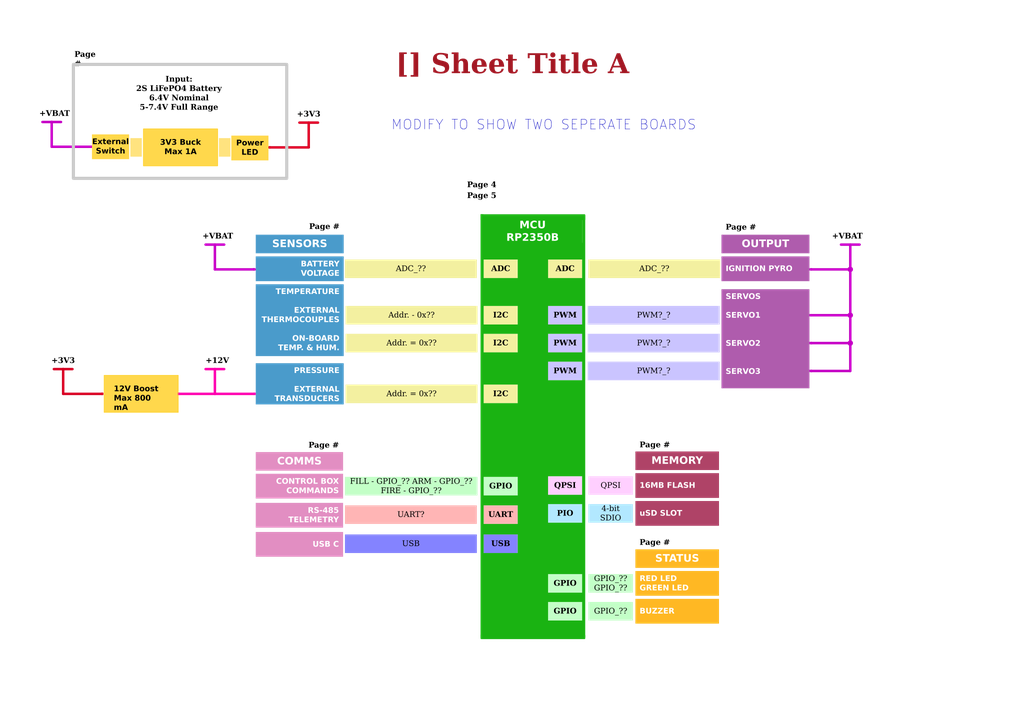
<source format=kicad_sch>
(kicad_sch
	(version 20250114)
	(generator "eeschema")
	(generator_version "9.0")
	(uuid "d4440dba-022e-49b2-97f2-6fc1871c7304")
	(paper "A3")
	(title_block
		(title "Sheet Title A")
		(date "Last Modified Date")
		(rev "${REVISION}")
		(company "${COMPANY}")
	)
	(lib_symbols)
	(rectangle
		(start 198.374 227.076)
		(end 212.344 260.604)
		(stroke
			(width 0.508)
			(type default)
			(color 26 179 18 1)
		)
		(fill
			(type color)
			(color 26 179 18 1)
		)
		(uuid 05c43237-d989-46c7-a838-1fe3e687d325)
	)
	(circle
		(center 348.742 110.49)
		(radius 1.016)
		(stroke
			(width 0)
			(type default)
			(color 194 0 194 1)
		)
		(fill
			(type color)
			(color 194 0 194 1)
		)
		(uuid 1141bc9f-fa95-451b-8a57-d13ee739ac41)
	)
	(rectangle
		(start 73.025 161.163)
		(end 73.66 161.925)
		(stroke
			(width 0.25)
			(type default)
			(color 255 0 171 1)
		)
		(fill
			(type color)
			(color 220 142 0 1)
		)
		(uuid 14567f03-f685-41f0-a90f-32622f162af5)
	)
	(rectangle
		(start 224.79 144.78)
		(end 238.76 148.082)
		(stroke
			(width 0.508)
			(type default)
			(color 26 179 18 1)
		)
		(fill
			(type color)
			(color 26 179 18 1)
		)
		(uuid 18d023c4-e3f0-46c9-87ca-5d30d9cdf2c3)
	)
	(rectangle
		(start 332.867 140.462)
		(end 332.232 140.97)
		(stroke
			(width 0.508)
			(type default)
			(color 194 0 194 1)
		)
		(fill
			(type color)
			(color 194 0 194 1)
		)
		(uuid 1cc00833-cd07-4523-a359-b24cb25669bc)
	)
	(rectangle
		(start 58.801 52.832)
		(end 89.281 68.072)
		(stroke
			(width 0)
			(type default)
			(color 255 200 0 0.5019607843)
		)
		(fill
			(type color)
			(color 255 200 0 0.7)
		)
		(uuid 2d9051c0-06cf-4e3a-9d86-de06c0d33079)
	)
	(rectangle
		(start 332.867 151.892)
		(end 332.232 152.4)
		(stroke
			(width 0.508)
			(type default)
			(color 194 0 194 1)
		)
		(fill
			(type color)
			(color 194 0 194 1)
		)
		(uuid 2e519ff8-d6fa-441c-9649-37eb75b94a8f)
	)
	(rectangle
		(start 36.957 59.817)
		(end 37.592 60.579)
		(stroke
			(width 0.25)
			(type default)
			(color 194 0 194 1)
		)
		(fill
			(type color)
			(color 194 0 194 1)
		)
		(uuid 3070d984-75bc-40bb-a077-beeef2510c95)
	)
	(rectangle
		(start 224.79 203.2)
		(end 238.76 206.502)
		(stroke
			(width 0.508)
			(type default)
			(color 26 179 18 1)
		)
		(fill
			(type color)
			(color 26 179 18 1)
		)
		(uuid 35ebd6df-4a80-4af7-94c3-86df15159b07)
	)
	(rectangle
		(start 198.374 144.78)
		(end 212.344 157.48)
		(stroke
			(width 0.508)
			(type default)
			(color 26 179 18 1)
		)
		(fill
			(type color)
			(color 26 179 18 1)
		)
		(uuid 39c3df59-f9d6-4c44-9610-c14f06418e27)
	)
	(rectangle
		(start 224.79 156.21)
		(end 238.76 195.072)
		(stroke
			(width 0.508)
			(type default)
			(color 26 179 18 1)
		)
		(fill
			(type color)
			(color 26 179 18 1)
		)
		(uuid 3a6c1391-840d-4a80-9739-78b63fe94339)
	)
	(rectangle
		(start 198.374 203.454)
		(end 212.344 207.01)
		(stroke
			(width 0.508)
			(type default)
			(color 26 179 18 1)
		)
		(fill
			(type color)
			(color 26 179 18 1)
		)
		(uuid 4bd62361-ce8f-4333-8a33-88a1c6d5d457)
	)
	(rectangle
		(start 197.358 88.138)
		(end 239.776 90.043)
		(stroke
			(width 0.508)
			(type default)
			(color 26 179 18 1)
		)
		(fill
			(type color)
			(color 26 179 18 1)
		)
		(uuid 55bb8f5d-1716-457c-ab18-7887e7f79c32)
	)
	(rectangle
		(start 198.374 165.608)
		(end 212.344 195.326)
		(stroke
			(width 0.508)
			(type default)
			(color 26 179 18 1)
		)
		(fill
			(type color)
			(color 26 179 18 1)
		)
		(uuid 70dcbf76-b1ff-45bc-a8a8-a8447e653bfd)
	)
	(rectangle
		(start 104.013 110.236)
		(end 104.648 110.744)
		(stroke
			(width 0.508)
			(type default)
			(color 194 0 194 1)
		)
		(fill
			(type color)
			(color 198 71 194 1)
		)
		(uuid 71a7bc8d-71ba-4784-b706-1c489dd4699b)
	)
	(rectangle
		(start 224.79 254.762)
		(end 238.76 260.35)
		(stroke
			(width 0.508)
			(type default)
			(color 26 179 18 1)
		)
		(fill
			(type color)
			(color 26 179 18 1)
		)
		(uuid 783c79e1-9923-474a-a876-66673ee7111d)
	)
	(rectangle
		(start 110.871 60.071)
		(end 110.236 60.833)
		(stroke
			(width 0.25)
			(type default)
			(color 212 0 32 1)
		)
		(fill
			(type color)
			(color 212 0 32 1)
		)
		(uuid 7998cfdf-c12a-4ebc-8e66-65e730e55fc6)
	)
	(rectangle
		(start 198.374 133.35)
		(end 212.344 136.652)
		(stroke
			(width 0.508)
			(type default)
			(color 26 179 18 1)
		)
		(fill
			(type color)
			(color 26 179 18 1)
		)
		(uuid 7b3048d9-9f27-43c5-89d8-687bf1563aee)
	)
	(rectangle
		(start 42.672 153.924)
		(end 73.152 169.164)
		(stroke
			(width 0)
			(type default)
			(color 255 200 0 0.5019607843)
		)
		(fill
			(type color)
			(color 255 200 0 0.7)
		)
		(uuid 7fc86eb3-a0f4-4bdf-b0d0-4050163494bf)
	)
	(rectangle
		(start 238.76 243.332)
		(end 224.79 246.634)
		(stroke
			(width 0.508)
			(type default)
			(color 26 179 18 1)
		)
		(fill
			(type color)
			(color 26 179 18 1)
		)
		(uuid 81d21993-b4a9-4917-b848-364cebd98df7)
	)
	(rectangle
		(start 239.014 88.392)
		(end 239.776 261.366)
		(stroke
			(width 0.508)
			(type default)
			(color 26 179 18 1)
		)
		(fill
			(type color)
			(color 26 179 18 1)
		)
		(uuid 82b7fc9f-5c53-4bad-ac33-36ff04086978)
	)
	(rectangle
		(start 434.086 238.252)
		(end 505.206 239.014)
		(stroke
			(width 0)
			(type default)
			(color 0 0 0 1)
		)
		(fill
			(type color)
			(color 0 0 0 1)
		)
		(uuid 8956a1c0-282a-4b1e-927b-8bc74278d14f)
	)
	(rectangle
		(start 332.232 110.236)
		(end 332.867 110.744)
		(stroke
			(width 0.508)
			(type default)
			(color 194 0 194 1)
		)
		(fill
			(type color)
			(color 194 0 194 1)
		)
		(uuid 934cb060-3abc-4a55-81f5-db39c10788dc)
	)
	(rectangle
		(start 332.867 129.032)
		(end 332.232 129.54)
		(stroke
			(width 0.508)
			(type default)
			(color 194 0 194 1)
		)
		(fill
			(type color)
			(color 194 0 194 1)
		)
		(uuid 95866c28-77f9-42e3-bfe1-93876ab1fa32)
	)
	(circle
		(center 348.742 140.716)
		(radius 1.016)
		(stroke
			(width 0)
			(type default)
			(color 194 0 194 1)
		)
		(fill
			(type color)
			(color 194 0 194 1)
		)
		(uuid a5f71a97-d098-4aa3-9726-7c24c8d550ae)
	)
	(rectangle
		(start 198.374 99.822)
		(end 239.395 106.172)
		(stroke
			(width 0.508)
			(type default)
			(color 26 179 18 1)
		)
		(fill
			(type color)
			(color 26 179 18 1)
		)
		(uuid a952ed71-59f7-4034-9137-c9beed0052e5)
	)
	(rectangle
		(start 30.099 26.416)
		(end 117.602 73.152)
		(stroke
			(width 1.27)
			(type default)
			(color 200 200 200 1)
		)
		(fill
			(type none)
		)
		(uuid b5318274-8945-46d8-99fc-2fb62def5b67)
	)
	(rectangle
		(start 212.598 105.791)
		(end 224.536 261.366)
		(stroke
			(width 0.508)
			(type default)
			(color 26 179 18 1)
		)
		(fill
			(type color)
			(color 26 179 18 1)
		)
		(uuid b5912d90-a2e6-47a8-b37f-79df93690db6)
	)
	(rectangle
		(start 197.358 260.604)
		(end 239.776 261.874)
		(stroke
			(width 0.508)
			(type default)
			(color 26 179 18 1)
		)
		(fill
			(type color)
			(color 26 179 18 1)
		)
		(uuid b84bf0ec-c33d-461c-b89d-cb43be637bc0)
	)
	(rectangle
		(start 224.79 133.35)
		(end 238.76 136.652)
		(stroke
			(width 0.508)
			(type default)
			(color 26 179 18 1)
		)
		(fill
			(type color)
			(color 26 179 18 1)
		)
		(uuid be3f6889-490c-44fa-9418-f01ed8476be7)
	)
	(circle
		(center 348.742 129.286)
		(radius 1.016)
		(stroke
			(width 0)
			(type default)
			(color 194 0 194 1)
		)
		(fill
			(type color)
			(color 194 0 194 1)
		)
		(uuid c942aee0-6a0a-43c1-9ce4-2f4bbb86cf54)
	)
	(rectangle
		(start 224.79 114.3)
		(end 238.76 125.222)
		(stroke
			(width 0.508)
			(type default)
			(color 26 179 18 1)
		)
		(fill
			(type color)
			(color 26 179 18 1)
		)
		(uuid cdf72398-0431-4b4b-8fdb-00fcbee68e2a)
	)
	(rectangle
		(start 41.656 161.163)
		(end 42.291 161.925)
		(stroke
			(width 0.25)
			(type default)
			(color 212 0 32 1)
		)
		(fill
			(type color)
			(color 212 0 32 1)
		)
		(uuid d352f6af-4eb4-4fb0-814c-1f1def3f4880)
	)
	(rectangle
		(start 434.086 205.232)
		(end 505.206 205.994)
		(stroke
			(width 0)
			(type default)
			(color 0 0 0 1)
		)
		(fill
			(type color)
			(color 0 0 0 1)
		)
		(uuid d631d51a-2515-45dc-a2c0-e57c4fee46cd)
	)
	(rectangle
		(start 104.14 161.163)
		(end 104.775 161.925)
		(stroke
			(width 0.25)
			(type default)
			(color 255 0 171 1)
		)
		(fill
			(type color)
			(color 255 0 171 1)
		)
		(uuid d730d61d-f83a-48d8-ab67-e7a18abcb67e)
	)
	(rectangle
		(start 197.358 88.138)
		(end 198.12 261.366)
		(stroke
			(width 0.508)
			(type default)
			(color 26 179 18 1)
		)
		(fill
			(type color)
			(color 26 179 18 1)
		)
		(uuid d92c43be-acae-42f6-9179-96820bcc6ef2)
	)
	(rectangle
		(start 198.374 215.138)
		(end 212.344 218.948)
		(stroke
			(width 0.508)
			(type default)
			(color 26 179 18 1)
		)
		(fill
			(type color)
			(color 26 179 18 1)
		)
		(uuid e2075571-fd76-408b-b40e-0feda326830e)
	)
	(rectangle
		(start 224.79 214.63)
		(end 238.76 235.204)
		(stroke
			(width 0.508)
			(type default)
			(color 26 179 18 1)
		)
		(fill
			(type color)
			(color 26 179 18 1)
		)
		(uuid f244c144-633a-432d-bf3a-179f6a24ba4e)
	)
	(rectangle
		(start 198.374 114.3)
		(end 212.344 125.222)
		(stroke
			(width 0.508)
			(type default)
			(color 26 179 18 1)
		)
		(fill
			(type color)
			(color 26 179 18 1)
		)
		(uuid f4ff3a95-a29b-44f5-99fe-90e2d6c5e225)
	)
	(text "+VBAT"
		(exclude_from_sim no)
		(at 353.822 99.06 0)
		(effects
			(font
				(face "Times New Roman")
				(size 2.286 2.286)
				(thickness 0.4572)
				(bold yes)
				(color 0 0 0 1)
			)
			(justify right bottom)
		)
		(uuid "0ef46ab3-5a94-46c2-b348-dc52431bebaf")
	)
	(text "+3V3"
		(exclude_from_sim no)
		(at 25.908 150.114 0)
		(effects
			(font
				(face "Times New Roman")
				(size 2.286 2.286)
				(thickness 0.4572)
				(bold yes)
				(color 0 0 0 1)
			)
			(justify bottom)
		)
		(uuid "1943f7d7-986b-49e3-a41c-4307a0c8a75c")
	)
	(text "MODIFY TO SHOW TWO SEPERATE BOARDS"
		(exclude_from_sim no)
		(at 223.012 51.308 0)
		(effects
			(font
				(size 4 4)
			)
		)
		(uuid "522c866c-eccb-4dcd-b84d-9f2db9e18bbd")
	)
	(text "+12V"
		(exclude_from_sim no)
		(at 84.328 150.114 0)
		(effects
			(font
				(face "Times New Roman")
				(size 2.286 2.286)
				(thickness 0.4572)
				(bold yes)
				(color 0 0 0 1)
			)
			(justify left bottom)
		)
		(uuid "5f0a5fbb-4d02-41e5-97cd-5df976eda407")
	)
	(text "+VBAT"
		(exclude_from_sim no)
		(at 83.058 99.06 0)
		(effects
			(font
				(face "Times New Roman")
				(size 2.286 2.286)
				(thickness 0.4572)
				(bold yes)
				(color 0 0 0 1)
			)
			(justify left bottom)
		)
		(uuid "61bcd564-dc47-4abd-8776-b89cef66ed38")
	)
	(text "+VBAT"
		(exclude_from_sim no)
		(at 16.129 48.768 0)
		(effects
			(font
				(face "Times New Roman")
				(size 2.286 2.286)
				(thickness 0.4572)
				(bold yes)
				(color 0 0 0 1)
			)
			(justify left bottom)
		)
		(uuid "a2780b80-7238-4e12-9f78-ef54d66dcccc")
	)
	(text "Input:\n2S LiFePO4 Battery\n6.4V Nominal\n5-7.4V Full Range"
		(exclude_from_sim no)
		(at 73.406 46.228 0)
		(effects
			(font
				(face "Times New Roman")
				(size 2.286 2.286)
				(thickness 0.4572)
				(bold yes)
				(color 0 0 0 1)
			)
			(justify bottom)
		)
		(uuid "e3f55fda-61da-4e4e-8a29-76e61847b025")
	)
	(text "+3V3"
		(exclude_from_sim no)
		(at 126.619 49.022 0)
		(effects
			(font
				(face "Times New Roman")
				(size 2.286 2.286)
				(thickness 0.4572)
				(bold yes)
				(color 0 0 0 1)
			)
			(justify bottom)
		)
		(uuid "f9cf8b2d-5c35-4616-9c53-84e8d4ec719e")
	)
	(text_box "GPIO_??"
		(exclude_from_sim no)
		(at 259.588 246.888 0)
		(size -18.288 7.62)
		(margins 1.7144 1.7144 1.7144 1.7144)
		(stroke
			(width -0.0001)
			(type solid)
			(color 195 255 199 1)
		)
		(fill
			(type color)
			(color 195 255 199 1)
		)
		(effects
			(font
				(face "Times New Roman")
				(size 2.286 2.286)
				(italic yes)
				(color 0 0 0 1)
			)
		)
		(uuid "008a9e70-c278-466e-8c32-2a18941d373b")
	)
	(text_box ""
		(exclude_from_sim no)
		(at 89.789 56.642 0)
		(size 4.699 7.62)
		(margins 1.7144 1.7144 1.7144 1.7144)
		(stroke
			(width -0.0001)
			(type default)
		)
		(fill
			(type color)
			(color 255 200 0 0.5019607843)
		)
		(effects
			(font
				(face "Times New Roman")
				(size 2.286 2.286)
				(bold yes)
				(color 0 0 0 1)
			)
		)
		(uuid "04259b42-72e4-48ea-a4d9-15ddf306616f")
	)
	(text_box "Spec 3"
		(exclude_from_sim no)
		(at 435.356 221.742 0)
		(size 41.91 7.62)
		(margins 2.2859 2.2859 2.2859 2.2859)
		(stroke
			(width -0.0001)
			(type default)
		)
		(fill
			(type none)
		)
		(effects
			(font
				(face "Times New Roman")
				(size 3.048 3.048)
				(thickness 0.4572)
				(bold yes)
				(color 0 0 0 1)
			)
			(justify left top)
		)
		(uuid "094af17b-7d27-428a-ac7d-32c4461d72c7")
	)
	(text_box "I2C"
		(exclude_from_sim no)
		(at 198.374 125.476 0)
		(size 13.97 7.62)
		(margins 1.7144 1.7144 1.7144 1.7144)
		(stroke
			(width -0.0001)
			(type solid)
		)
		(fill
			(type color)
			(color 243 240 160 1)
		)
		(effects
			(font
				(face "Times New Roman")
				(size 2.286 2.286)
				(bold yes)
				(color 0 0 0 1)
			)
		)
		(uuid "0aa0c4e1-070f-42df-94e3-eb4334e328f3")
	)
	(text_box "Page #"
		(exclude_from_sim no)
		(at 123.19 89.916 0)
		(size 17.78 5.08)
		(margins 1.7144 1.7144 1.7144 1.7144)
		(stroke
			(width -0.0001)
			(type default)
		)
		(fill
			(type none)
		)
		(effects
			(font
				(face "Times New Roman")
				(size 2.286 2.286)
				(thickness 0.4572)
				(bold yes)
				(color 0 0 0 1)
			)
			(justify right top)
			(href "#8")
		)
		(uuid "101973ea-acd1-49ab-afe5-0fdba8785023")
	)
	(text_box "UART?"
		(exclude_from_sim no)
		(at 141.478 207.264 0)
		(size 54.102 7.62)
		(margins 1.7144 1.7144 1.7144 1.7144)
		(stroke
			(width -0.0001)
			(type solid)
			(color 195 255 199 1)
		)
		(fill
			(type color)
			(color 255 181 181 1)
		)
		(effects
			(font
				(face "Times New Roman")
				(size 2.286 2.286)
				(italic yes)
				(color 0 0 0 1)
			)
		)
		(uuid "1026f3db-3374-44cb-a4e6-8074c28bc294")
	)
	(text_box "Spec 2"
		(exclude_from_sim no)
		(at 435.356 214.122 0)
		(size 43.18 7.62)
		(margins 2.2859 2.2859 2.2859 2.2859)
		(stroke
			(width -0.0001)
			(type default)
		)
		(fill
			(type none)
		)
		(effects
			(font
				(face "Times New Roman")
				(size 3.048 3.048)
				(thickness 0.4572)
				(bold yes)
				(color 0 0 0 1)
			)
			(justify left top)
		)
		(uuid "16ff5c12-a59a-498f-9a58-8440cea84b9d")
	)
	(text_box "Addr. - 0x??"
		(exclude_from_sim no)
		(at 141.732 125.476 0)
		(size 54.102 7.62)
		(margins 1.7144 1.7144 1.7144 1.7144)
		(stroke
			(width -0.0001)
			(type solid)
		)
		(fill
			(type color)
			(color 243 240 160 1)
		)
		(effects
			(font
				(face "Times New Roman")
				(size 2.286 2.286)
				(italic yes)
				(color 0 0 0 1)
			)
		)
		(uuid "1987247e-db63-4ffa-a72e-634d9843c64c")
	)
	(text_box "MCU\nRP2350B"
		(exclude_from_sim no)
		(at 198.12 90.17 0)
		(size 40.64 9.525)
		(margins 2.2859 2.2859 2.2859 2.2859)
		(stroke
			(width -0.0001)
			(type solid)
		)
		(fill
			(type color)
			(color 26 179 18 1)
		)
		(effects
			(font
				(face "Arial")
				(size 3.048 3.048)
				(bold yes)
				(color 255 255 255 1)
			)
		)
		(uuid "1d0d83c3-74d6-4a1f-8c3f-65fbe3fb5ec9")
	)
	(text_box "I2C"
		(exclude_from_sim no)
		(at 198.374 136.906 0)
		(size 13.97 7.62)
		(margins 1.7144 1.7144 1.7144 1.7144)
		(stroke
			(width -0.0001)
			(type solid)
		)
		(fill
			(type color)
			(color 243 240 160 1)
		)
		(effects
			(font
				(face "Times New Roman")
				(size 2.286 2.286)
				(bold yes)
				(color 0 0 0 1)
			)
		)
		(uuid "2576afd7-0caa-4c76-bd9f-222a1d2c4dc0")
	)
	(text_box "PRESSURE\n\nEXTERNAL\nTRANSDUCERS"
		(exclude_from_sim no)
		(at 104.902 148.971 0)
		(size 36.068 16.891)
		(margins 1.7144 1.7144 1.7144 1.7144)
		(stroke
			(width -0.0001)
			(type solid)
		)
		(fill
			(type color)
			(color 74 155 203 1)
		)
		(effects
			(font
				(face "Arial")
				(size 2.286 2.286)
				(bold yes)
				(color 255 255 255 1)
			)
			(justify right top)
		)
		(uuid "28870172-8ccc-4ec9-bb1a-914da011cb7a")
	)
	(text_box "ADC"
		(exclude_from_sim no)
		(at 198.374 106.426 0)
		(size 13.97 7.62)
		(margins 1.7144 1.7144 1.7144 1.7144)
		(stroke
			(width -0.0001)
			(type solid)
		)
		(fill
			(type color)
			(color 243 240 160 1)
		)
		(effects
			(font
				(face "Times New Roman")
				(size 2.286 2.286)
				(bold yes)
				(color 0 0 0 1)
			)
		)
		(uuid "29f18459-3b0c-4e53-a96d-cae677d37f45")
	)
	(text_box "Page #"
		(exclude_from_sim no)
		(at 260.604 179.451 0)
		(size 17.78 5.08)
		(margins 1.7144 1.7144 1.7144 1.7144)
		(stroke
			(width -0.0001)
			(type default)
		)
		(fill
			(type none)
		)
		(effects
			(font
				(face "Times New Roman")
				(size 2.286 2.286)
				(thickness 0.4572)
				(bold yes)
				(color 0 0 0 1)
			)
			(justify left top)
			(href "#8")
		)
		(uuid "2c748904-640a-4790-9cd3-81e6145a1f3e")
	)
	(text_box "QPSI"
		(exclude_from_sim no)
		(at 241.3 195.326 0)
		(size 18.288 7.62)
		(margins 1.7144 1.7144 1.7144 1.7144)
		(stroke
			(width -0.0001)
			(type solid)
		)
		(fill
			(type color)
			(color 255 207 255 1)
		)
		(effects
			(font
				(face "Times New Roman")
				(size 2.286 2.286)
				(italic yes)
				(color 0 0 0 1)
			)
		)
		(uuid "2eccac48-a697-4b98-a3f1-dcbeefca3094")
	)
	(text_box "FILL - GPIO_?? ARM - GPIO_?? FIRE - GPIO_??\n"
		(exclude_from_sim no)
		(at 141.478 195.58 0)
		(size 54.356 7.62)
		(margins 1.7144 1.7144 1.7144 1.7144)
		(stroke
			(width -0.0001)
			(type solid)
			(color 195 255 199 1)
		)
		(fill
			(type color)
			(color 195 255 199 1)
		)
		(effects
			(font
				(face "Times New Roman")
				(size 2.286 2.286)
				(italic yes)
				(color 0 0 0 1)
			)
		)
		(uuid "317ab264-3965-4ff6-93e9-07c27f6a7d8f")
	)
	(text_box "GPIO_??\nGPIO_??"
		(exclude_from_sim no)
		(at 259.588 235.458 0)
		(size -18.288 7.62)
		(margins 1.7144 1.7144 1.7144 1.7144)
		(stroke
			(width -0.0001)
			(type solid)
			(color 195 255 199 1)
		)
		(fill
			(type color)
			(color 195 255 199 1)
		)
		(effects
			(font
				(face "Times New Roman")
				(size 2.286 2.286)
				(italic yes)
				(color 0 0 0 1)
			)
		)
		(uuid "31acca30-6500-4dc7-a988-691ba90c5124")
	)
	(text_box "Input voltage:"
		(exclude_from_sim no)
		(at 435.356 206.502 0)
		(size 41.91 7.62)
		(margins 2.2859 2.2859 2.2859 2.2859)
		(stroke
			(width -0.0001)
			(type default)
		)
		(fill
			(type none)
		)
		(effects
			(font
				(face "Times New Roman")
				(size 3.048 3.048)
				(thickness 0.4572)
				(bold yes)
				(color 0 0 0 1)
			)
			(justify left top)
		)
		(uuid "347e7e61-7c93-449c-8c65-b1d74937394e")
	)
	(text_box "ADC_??"
		(exclude_from_sim no)
		(at 141.478 106.426 0)
		(size 54.102 7.62)
		(margins 1.7144 1.7144 1.7144 1.7144)
		(stroke
			(width -0.0001)
			(type solid)
		)
		(fill
			(type color)
			(color 243 240 160 1)
		)
		(effects
			(font
				(face "Times New Roman")
				(size 2.286 2.286)
				(italic yes)
				(color 0 0 0 1)
			)
		)
		(uuid "34f97dad-9bc3-424e-b006-bedf003458aa")
	)
	(text_box "??"
		(exclude_from_sim no)
		(at 481.076 229.362 0)
		(size 24.13 7.62)
		(margins 2.2859 2.2859 2.2859 2.2859)
		(stroke
			(width -0.0001)
			(type default)
		)
		(fill
			(type none)
		)
		(effects
			(font
				(face "Times New Roman")
				(size 3.048 3.048)
				(color 0 0 0 1)
			)
			(justify left top)
		)
		(uuid "37354c60-dbdb-4aa1-a2b0-e6db1fd7a12e")
	)
	(text_box "Page #"
		(exclude_from_sim no)
		(at 295.91 90.17 0)
		(size 17.78 5.08)
		(margins 1.7144 1.7144 1.7144 1.7144)
		(stroke
			(width -0.0001)
			(type default)
		)
		(fill
			(type none)
		)
		(effects
			(font
				(face "Times New Roman")
				(size 2.286 2.286)
				(thickness 0.4572)
				(bold yes)
				(color 0 0 0 1)
			)
			(justify left top)
			(href "#8")
		)
		(uuid "37c30e2f-c735-4bf8-b613-71ca85aed3b3")
	)
	(text_box "RED LED\nGREEN LED"
		(exclude_from_sim no)
		(at 294.894 234.188 0)
		(size -34.29 10.16)
		(margins 1.7144 1.7144 1.7144 1.7144)
		(stroke
			(width -0.0001)
			(type solid)
		)
		(fill
			(type color)
			(color 255 184 35 1)
		)
		(effects
			(font
				(face "Arial")
				(size 2.286 2.286)
				(bold yes)
				(color 255 255 255 1)
			)
			(justify left)
		)
		(uuid "3c43ded9-8543-4bb1-8df0-3f6dd3454b7d")
	)
	(text_box "??"
		(exclude_from_sim no)
		(at 481.076 214.122 0)
		(size 24.13 7.62)
		(margins 2.2859 2.2859 2.2859 2.2859)
		(stroke
			(width -0.0001)
			(type default)
		)
		(fill
			(type none)
		)
		(effects
			(font
				(face "Times New Roman")
				(size 3.048 3.048)
				(color 0 0 0 1)
			)
			(justify left top)
		)
		(uuid "3d9a8928-04fd-4c32-8894-e3210045027d")
	)
	(text_box "IGNITION PYRO"
		(exclude_from_sim no)
		(at 331.978 105.156 0)
		(size -36.068 10.16)
		(margins 1.7144 1.7144 1.7144 1.7144)
		(stroke
			(width -0.0001)
			(type solid)
		)
		(fill
			(type color)
			(color 175 92 173 1)
		)
		(effects
			(font
				(face "Arial")
				(size 2.286 2.286)
				(bold yes)
				(color 255 255 255 1)
			)
			(justify left)
		)
		(uuid "3f4ae121-8b1d-436f-b971-ae43d67f564b")
	)
	(text_box "GPIO"
		(exclude_from_sim no)
		(at 238.76 246.888 0)
		(size -13.97 7.62)
		(margins 1.7144 1.7144 1.7144 1.7144)
		(stroke
			(width -0.0001)
			(type solid)
			(color 195 255 199 1)
		)
		(fill
			(type color)
			(color 195 255 199 1)
		)
		(effects
			(font
				(face "Times New Roman")
				(size 2.286 2.286)
				(bold yes)
				(color 0 0 0 1)
			)
		)
		(uuid "42c777c9-0a64-4409-ab02-637deaf007dc")
	)
	(text_box "PWM?_?"
		(exclude_from_sim no)
		(at 241.046 125.476 0)
		(size 54.102 7.62)
		(margins 1.7144 1.7144 1.7144 1.7144)
		(stroke
			(width -0.0001)
			(type solid)
		)
		(fill
			(type color)
			(color 202 196 255 1)
		)
		(effects
			(font
				(face "Times New Roman")
				(size 2.286 2.286)
				(italic yes)
				(color 0 0 0 1)
			)
		)
		(uuid "4a367de7-a98c-421b-a7c0-6894d704b56c")
	)
	(text_box "MEMORY"
		(exclude_from_sim no)
		(at 260.604 185.166 0)
		(size 34.29 7.62)
		(margins 2.2859 2.2859 2.2859 2.2859)
		(stroke
			(width -0.0001)
			(type solid)
		)
		(fill
			(type color)
			(color 175 67 103 1)
		)
		(effects
			(font
				(face "Arial")
				(size 3.048 3.048)
				(bold yes)
				(color 255 255 255 1)
			)
		)
		(uuid "50f90389-4852-4d94-a1e5-f12357304e05")
	)
	(text_box "BATTERY VOLTAGE"
		(exclude_from_sim no)
		(at 104.902 105.156 0)
		(size 36.068 10.16)
		(margins 1.7144 1.7144 1.7144 1.7144)
		(stroke
			(width -0.0001)
			(type solid)
		)
		(fill
			(type color)
			(color 74 155 203 1)
		)
		(effects
			(font
				(face "Arial")
				(size 2.286 2.286)
				(bold yes)
				(color 255 255 255 1)
			)
			(justify right)
		)
		(uuid "5a2e6555-9060-4d4a-9a34-a05560ac30d8")
	)
	(text_box "RS-485\nTELEMETRY"
		(exclude_from_sim no)
		(at 104.902 206.248 0)
		(size 35.814 10.16)
		(margins 1.7144 1.7144 1.7144 1.7144)
		(stroke
			(width -0.0001)
			(type solid)
		)
		(fill
			(type color)
			(color 226 142 194 1)
		)
		(effects
			(font
				(face "Arial")
				(size 2.286 2.286)
				(bold yes)
				(color 255 255 255 1)
			)
			(justify right)
		)
		(uuid "5f002641-bd02-4bcb-8dbb-a882fbc2335a")
	)
	(text_box "External Switch"
		(exclude_from_sim no)
		(at 37.719 55.118 0)
		(size 15.24 10.16)
		(margins 1.7144 1.7144 1.7144 1.7144)
		(stroke
			(width -0.0001)
			(type solid)
		)
		(fill
			(type color)
			(color 255 200 0 0.71)
		)
		(effects
			(font
				(face "Arial")
				(size 2.286 2.286)
				(bold yes)
				(color 0 0 0 1)
			)
			(justify top)
		)
		(uuid "65e1628e-d071-48dc-a923-869025ffa873")
	)
	(text_box "16MB FLASH"
		(exclude_from_sim no)
		(at 260.604 194.056 0)
		(size 34.29 10.16)
		(margins 1.7144 1.7144 1.7144 1.7144)
		(stroke
			(width -0.0001)
			(type solid)
		)
		(fill
			(type color)
			(color 175 67 103 1)
		)
		(effects
			(font
				(face "Arial")
				(size 2.286 2.286)
				(bold yes)
				(color 255 255 255 1)
			)
			(justify left)
		)
		(uuid "6f80972b-0868-4998-bb39-1d5e548cee7c")
	)
	(text_box "ADC"
		(exclude_from_sim no)
		(at 238.76 106.426 0)
		(size -13.97 7.62)
		(margins 1.7144 1.7144 1.7144 1.7144)
		(stroke
			(width -0.0001)
			(type solid)
		)
		(fill
			(type color)
			(color 243 240 160 1)
		)
		(effects
			(font
				(face "Times New Roman")
				(size 2.286 2.286)
				(bold yes)
				(color 0 0 0 1)
			)
		)
		(uuid "7001fdd9-8292-461c-ba51-baa45121af97")
	)
	(text_box "[${#}] ${TITLE}"
		(exclude_from_sim no)
		(at 144.78 20.32 0)
		(size 130.81 12.7)
		(margins 5.9999 5.9999 5.9999 5.9999)
		(stroke
			(width -0.0001)
			(type default)
		)
		(fill
			(type none)
		)
		(effects
			(font
				(face "Times New Roman")
				(size 8 8)
				(thickness 1.2)
				(bold yes)
				(color 162 22 34 1)
			)
		)
		(uuid "73b2b29c-2473-4e80-be0b-4f57c6856c3e")
	)
	(text_box "USB C"
		(exclude_from_sim no)
		(at 104.902 218.186 0)
		(size 35.814 10.16)
		(margins 1.7144 1.7144 1.7144 1.7144)
		(stroke
			(width -0.0001)
			(type solid)
		)
		(fill
			(type color)
			(color 226 142 194 1)
		)
		(effects
			(font
				(face "Arial")
				(size 2.286 2.286)
				(bold yes)
				(color 255 255 255 1)
			)
			(justify right)
		)
		(uuid "752fcb6e-7605-44ca-a7a2-3bfaad081942")
	)
	(text_box ""
		(exclude_from_sim no)
		(at 53.467 56.642 0)
		(size 4.699 7.62)
		(margins 1.7144 1.7144 1.7144 1.7144)
		(stroke
			(width -0.0001)
			(type default)
		)
		(fill
			(type color)
			(color 255 200 0 0.5019607843)
		)
		(effects
			(font
				(face "Times New Roman")
				(size 2.286 2.286)
				(bold yes)
				(color 0 0 0 1)
			)
		)
		(uuid "7a1d621d-9ae7-4f98-ae5d-76c6a8b52f4f")
	)
	(text_box "Page #"
		(exclude_from_sim no)
		(at 28.829 19.304 0)
		(size 13.97 5.08)
		(margins 1.7144 1.7144 1.7144 1.7144)
		(stroke
			(width -0.0001)
			(type default)
		)
		(fill
			(type none)
		)
		(effects
			(font
				(face "Times New Roman")
				(size 2.286 2.286)
				(thickness 0.4572)
				(bold yes)
				(color 0 0 0 1)
			)
			(justify left top)
		)
		(uuid "7d0acf89-7773-4e7f-ac89-c1f23d71a151")
	)
	(text_box "I2C"
		(exclude_from_sim no)
		(at 198.374 157.734 0)
		(size 13.97 7.62)
		(margins 1.7144 1.7144 1.7144 1.7144)
		(stroke
			(width -0.0001)
			(type solid)
		)
		(fill
			(type color)
			(color 243 240 160 1)
		)
		(effects
			(font
				(face "Times New Roman")
				(size 2.286 2.286)
				(bold yes)
				(color 0 0 0 1)
			)
		)
		(uuid "7e5f6394-de33-4999-9272-560f804eaa11")
	)
	(text_box "PWM"
		(exclude_from_sim no)
		(at 224.79 125.476 0)
		(size 13.97 7.62)
		(margins 1.7144 1.7144 1.7144 1.7144)
		(stroke
			(width -0.0001)
			(type solid)
		)
		(fill
			(type color)
			(color 202 196 255 1)
		)
		(effects
			(font
				(face "Times New Roman")
				(size 2.286 2.286)
				(bold yes)
				(color 0 0 0 1)
			)
		)
		(uuid "7eef302b-c1b1-4e6c-82f3-a474822cb26a")
	)
	(text_box "BUZZER"
		(exclude_from_sim no)
		(at 294.894 245.618 0)
		(size -34.29 10.16)
		(margins 1.7144 1.7144 1.7144 1.7144)
		(stroke
			(width -0.0001)
			(type solid)
		)
		(fill
			(type color)
			(color 255 184 35 1)
		)
		(effects
			(font
				(face "Arial")
				(size 2.286 2.286)
				(bold yes)
				(color 255 255 255 1)
			)
			(justify left)
		)
		(uuid "8548fd3a-d536-47c6-90d2-6762c090fd2b")
	)
	(text_box "Target specifications:"
		(exclude_from_sim no)
		(at 431.546 197.612 0)
		(size 73.66 7.62)
		(margins 2.2859 2.2859 2.2859 2.2859)
		(stroke
			(width -0.0001)
			(type default)
		)
		(fill
			(type none)
		)
		(effects
			(font
				(face "Times New Roman")
				(size 3.048 3.048)
				(thickness 0.4572)
				(bold yes)
				(color 0 0 0 1)
			)
			(justify left top)
		)
		(uuid "874bfc99-fafe-40d4-b7af-9ddb98b61eea")
	)
	(text_box "GPIO"
		(exclude_from_sim no)
		(at 224.79 235.458 0)
		(size 13.97 7.62)
		(margins 1.7144 1.7144 1.7144 1.7144)
		(stroke
			(width -0.0001)
			(type solid)
			(color 195 255 199 1)
		)
		(fill
			(type color)
			(color 195 255 199 1)
		)
		(effects
			(font
				(face "Times New Roman")
				(size 2.286 2.286)
				(bold yes)
				(color 0 0 0 1)
			)
		)
		(uuid "8cb304ee-ca36-4912-aaee-9e60ecaf3165")
	)
	(text_box "??"
		(exclude_from_sim no)
		(at 481.076 221.742 0)
		(size 24.13 7.62)
		(margins 2.2859 2.2859 2.2859 2.2859)
		(stroke
			(width -0.0001)
			(type default)
		)
		(fill
			(type none)
		)
		(effects
			(font
				(face "Times New Roman")
				(size 3.048 3.048)
				(color 0 0 0 1)
			)
			(justify left top)
		)
		(uuid "8d13c5b4-c5e0-49ad-8e30-5a14333c15f4")
	)
	(text_box "PWM"
		(exclude_from_sim no)
		(at 224.79 136.906 0)
		(size 13.97 7.62)
		(margins 1.7144 1.7144 1.7144 1.7144)
		(stroke
			(width -0.0001)
			(type solid)
		)
		(fill
			(type color)
			(color 202 196 255 1)
		)
		(effects
			(font
				(face "Times New Roman")
				(size 2.286 2.286)
				(bold yes)
				(color 0 0 0 1)
			)
		)
		(uuid "997e36fb-3529-4f44-81df-240f9097824a")
	)
	(text_box "USB"
		(exclude_from_sim no)
		(at 198.374 219.202 0)
		(size 13.97 7.62)
		(margins 1.7144 1.7144 1.7144 1.7144)
		(stroke
			(width -0.0001)
			(type solid)
			(color 195 255 199 1)
		)
		(fill
			(type color)
			(color 132 131 255 1)
		)
		(effects
			(font
				(face "Times New Roman")
				(size 2.286 2.286)
				(bold yes)
				(color 0 0 0 1)
			)
		)
		(uuid "9a0bacc2-3b24-4f8f-bd91-6dc4d3917ff0")
	)
	(text_box "SERVOS\n\nSERVO1\n\n\nSERVO2\n\n\nSERVO3"
		(exclude_from_sim no)
		(at 295.91 118.618 0)
		(size 36.068 40.64)
		(margins 1.7144 1.7144 1.7144 1.7144)
		(stroke
			(width -0.0001)
			(type solid)
		)
		(fill
			(type color)
			(color 175 92 173 1)
		)
		(effects
			(font
				(face "Arial")
				(size 2.286 2.286)
				(bold yes)
				(color 255 255 255 1)
			)
			(justify left top)
		)
		(uuid "9a668271-52c1-4139-91f1-d34b939c9083")
	)
	(text_box "STATUS"
		(exclude_from_sim no)
		(at 294.894 225.298 0)
		(size -34.29 7.62)
		(margins 2.2859 2.2859 2.2859 2.2859)
		(stroke
			(width -0.0001)
			(type solid)
		)
		(fill
			(type color)
			(color 255 184 35 1)
		)
		(effects
			(font
				(face "Arial")
				(size 3.048 3.048)
				(bold yes)
				(color 255 255 255 1)
			)
		)
		(uuid "9fd3ffbe-8e00-477c-a95e-24b13f68ad7c")
	)
	(text_box "PWM?_?"
		(exclude_from_sim no)
		(at 241.046 136.906 0)
		(size 54.102 7.62)
		(margins 1.7144 1.7144 1.7144 1.7144)
		(stroke
			(width -0.0001)
			(type solid)
		)
		(fill
			(type color)
			(color 202 196 255 1)
		)
		(effects
			(font
				(face "Times New Roman")
				(size 2.286 2.286)
				(italic yes)
				(color 0 0 0 1)
			)
		)
		(uuid "a161fd35-23ef-4c1a-8098-2ec0a3b630b1")
	)
	(text_box "SENSORS"
		(exclude_from_sim no)
		(at 104.902 96.266 0)
		(size 36.068 7.62)
		(margins 2.2859 2.2859 2.2859 2.2859)
		(stroke
			(width -0.0001)
			(type solid)
		)
		(fill
			(type color)
			(color 74 155 203 1)
		)
		(effects
			(font
				(face "Arial")
				(size 3.048 3.048)
				(bold yes)
				(color 255 255 255 1)
			)
		)
		(uuid "a5dfea43-92a3-4c4a-a914-eb784ef96d73")
	)
	(text_box "Page #"
		(exclude_from_sim no)
		(at 122.936 179.578 0)
		(size 17.78 5.08)
		(margins 1.7144 1.7144 1.7144 1.7144)
		(stroke
			(width -0.0001)
			(type default)
		)
		(fill
			(type none)
		)
		(effects
			(font
				(face "Times New Roman")
				(size 2.286 2.286)
				(thickness 0.4572)
				(bold yes)
				(color 0 0 0 1)
			)
			(justify right top)
			(href "#8")
		)
		(uuid "a7857f9a-f400-4b4c-a84e-886cc22234d6")
	)
	(text_box "?? - ?? V"
		(exclude_from_sim no)
		(at 481.076 206.502 0)
		(size 24.13 7.62)
		(margins 2.2859 2.2859 2.2859 2.2859)
		(stroke
			(width -0.0001)
			(type default)
		)
		(fill
			(type none)
		)
		(effects
			(font
				(face "Times New Roman")
				(size 3.048 3.048)
				(color 0 0 0 1)
			)
			(justify left top)
		)
		(uuid "aa388299-5267-444a-a70f-fbbbf3a9efdc")
	)
	(text_box "Page 4"
		(exclude_from_sim no)
		(at 189.865 72.771 0)
		(size 24.765 5.08)
		(margins 1.7144 1.7144 1.7144 1.7144)
		(stroke
			(width -0.0001)
			(type default)
		)
		(fill
			(type none)
		)
		(effects
			(font
				(face "Times New Roman")
				(size 2.286 2.286)
				(thickness 0.4572)
				(bold yes)
				(color 0 0 0 1)
			)
			(justify left top)
		)
		(uuid "af913ec4-8a49-4345-bec6-fafb6d986bc2")
	)
	(text_box "OUTPUT"
		(exclude_from_sim no)
		(at 331.978 96.266 0)
		(size -36.068 7.62)
		(margins 2.2859 2.2859 2.2859 2.2859)
		(stroke
			(width -0.0001)
			(type solid)
		)
		(fill
			(type color)
			(color 175 92 173 1)
		)
		(effects
			(font
				(face "Arial")
				(size 3.048 3.048)
				(bold yes)
				(color 255 255 255 1)
			)
		)
		(uuid "b41d4bdf-5433-4679-ae2c-59d1a5b1a991")
	)
	(text_box "Page #"
		(exclude_from_sim no)
		(at 260.604 219.456 0)
		(size 17.78 5.08)
		(margins 1.7144 1.7144 1.7144 1.7144)
		(stroke
			(width -0.0001)
			(type default)
		)
		(fill
			(type none)
		)
		(effects
			(font
				(face "Times New Roman")
				(size 2.286 2.286)
				(thickness 0.4572)
				(bold yes)
				(color 0 0 0 1)
			)
			(justify left top)
			(href "#8")
		)
		(uuid "b910c7a4-6a73-4873-a2b0-9408db0338a3")
	)
	(text_box "PIO"
		(exclude_from_sim no)
		(at 224.79 206.756 0)
		(size 13.97 7.62)
		(margins 1.7144 1.7144 1.7144 1.7144)
		(stroke
			(width -0.0001)
			(type solid)
		)
		(fill
			(type color)
			(color 178 232 255 1)
		)
		(effects
			(font
				(face "Times New Roman")
				(size 2.286 2.286)
				(bold yes)
				(color 0 0 0 1)
			)
		)
		(uuid "c2c0d0c9-0dec-46a5-9473-b81815342d7b")
	)
	(text_box "Addr. = 0x??"
		(exclude_from_sim no)
		(at 141.732 136.906 0)
		(size 54.102 7.62)
		(margins 1.7144 1.7144 1.7144 1.7144)
		(stroke
			(width -0.0001)
			(type solid)
		)
		(fill
			(type color)
			(color 243 240 160 1)
		)
		(effects
			(font
				(face "Times New Roman")
				(size 2.286 2.286)
				(italic yes)
				(color 0 0 0 1)
			)
		)
		(uuid "c7f141f1-0a13-41d6-9001-79167345df61")
	)
	(text_box "PWM"
		(exclude_from_sim no)
		(at 224.79 148.336 0)
		(size 13.97 7.62)
		(margins 1.7144 1.7144 1.7144 1.7144)
		(stroke
			(width -0.0001)
			(type solid)
		)
		(fill
			(type color)
			(color 202 196 255 1)
		)
		(effects
			(font
				(face "Times New Roman")
				(size 2.286 2.286)
				(bold yes)
				(color 0 0 0 1)
			)
		)
		(uuid "c85a6a7a-3181-48e9-95f3-ebd2c882e163")
	)
	(text_box "UART"
		(exclude_from_sim no)
		(at 198.374 207.264 0)
		(size 13.97 7.62)
		(margins 1.7144 1.7144 1.7144 1.7144)
		(stroke
			(width -0.0001)
			(type solid)
			(color 195 255 199 1)
		)
		(fill
			(type color)
			(color 255 181 181 1)
		)
		(effects
			(font
				(face "Times New Roman")
				(size 2.286 2.286)
				(bold yes)
				(color 0 0 0 1)
			)
		)
		(uuid "ccc0dc51-5a5f-40df-bcc3-3534a1c7d862")
	)
	(text_box "4-bit SDIO"
		(exclude_from_sim no)
		(at 241.3 206.756 0)
		(size 18.288 7.62)
		(margins 1.7144 1.7144 1.7144 1.7144)
		(stroke
			(width -0.0001)
			(type solid)
		)
		(fill
			(type color)
			(color 178 232 255 1)
		)
		(effects
			(font
				(face "Times New Roman")
				(size 2.286 2.286)
				(italic yes)
				(color 0 0 0 1)
			)
		)
		(uuid "ce8d5aa2-32fa-41ab-879e-c8a14b311e71")
	)
	(text_box "COMMS"
		(exclude_from_sim no)
		(at 104.902 185.42 0)
		(size 35.814 7.62)
		(margins 2.2859 2.2859 2.2859 2.2859)
		(stroke
			(width -0.0001)
			(type solid)
		)
		(fill
			(type color)
			(color 226 142 194 1)
		)
		(effects
			(font
				(face "Arial")
				(size 3.048 3.048)
				(bold yes)
				(color 255 255 255 1)
			)
		)
		(uuid "cef1cc12-5099-4208-a402-22a3cc1aaa31")
	)
	(text_box "PWM?_?"
		(exclude_from_sim no)
		(at 295.148 148.336 0)
		(size -54.102 7.62)
		(margins 1.7144 1.7144 1.7144 1.7144)
		(stroke
			(width -0.0001)
			(type solid)
		)
		(fill
			(type color)
			(color 202 196 255 1)
		)
		(effects
			(font
				(face "Times New Roman")
				(size 2.286 2.286)
				(italic yes)
				(color 0 0 0 1)
			)
		)
		(uuid "d53a6421-c8df-41aa-82fc-418f0ac52d64")
	)
	(text_box "12V Boost\nMax 800 mA"
		(exclude_from_sim no)
		(at 44.958 156.464 0)
		(size 25.4 10.795)
		(margins 1.7144 1.7144 1.7144 1.7144)
		(stroke
			(width -0.0001)
			(type solid)
		)
		(fill
			(type none)
		)
		(effects
			(font
				(face "Arial")
				(size 2.286 2.286)
				(thickness 0.254)
				(bold yes)
				(color 0 0 0 1)
			)
			(justify left top)
		)
		(uuid "d97f5e4a-54f1-43fc-89ea-001f9b10e888")
	)
	(text_box "GPIO"
		(exclude_from_sim no)
		(at 198.374 195.58 0)
		(size 13.97 7.62)
		(margins 1.7144 1.7144 1.7144 1.7144)
		(stroke
			(width -0.0001)
			(type solid)
			(color 195 255 199 1)
		)
		(fill
			(type color)
			(color 195 255 199 1)
		)
		(effects
			(font
				(face "Times New Roman")
				(size 2.286 2.286)
				(bold yes)
				(color 0 0 0 1)
			)
		)
		(uuid "e1c24157-c194-49ed-baf6-fea0f759ae4f")
	)
	(text_box "QPSI"
		(exclude_from_sim no)
		(at 224.79 195.326 0)
		(size 13.97 7.62)
		(margins 1.7144 1.7144 1.7144 1.7144)
		(stroke
			(width -0.0001)
			(type solid)
		)
		(fill
			(type color)
			(color 255 207 255 1)
		)
		(effects
			(font
				(face "Times New Roman")
				(size 2.286 2.286)
				(bold yes)
				(color 0 0 0 1)
			)
		)
		(uuid "e2d08c91-25de-4e80-a665-a7cd6ec63101")
	)
	(text_box "Page 5"
		(exclude_from_sim no)
		(at 189.865 77.216 0)
		(size 24.765 5.08)
		(margins 1.7144 1.7144 1.7144 1.7144)
		(stroke
			(width -0.0001)
			(type default)
		)
		(fill
			(type none)
		)
		(effects
			(font
				(face "Times New Roman")
				(size 2.286 2.286)
				(thickness 0.4572)
				(bold yes)
				(color 0 0 0 1)
			)
			(justify left top)
			(href "#5")
		)
		(uuid "e8b722a7-e885-4392-8585-c14113718643")
	)
	(text_box "TEMPERATURE\n\nEXTERNAL\nTHERMOCOUPLES\n\nON-BOARD\nTEMP. & HUM."
		(exclude_from_sim no)
		(at 104.902 116.586 0)
		(size 36.068 29.464)
		(margins 1.7144 1.7144 1.7144 1.7144)
		(stroke
			(width -0.0001)
			(type solid)
		)
		(fill
			(type color)
			(color 74 155 203 1)
		)
		(effects
			(font
				(face "Arial")
				(size 2.286 2.286)
				(bold yes)
				(color 255 255 255 1)
			)
			(justify right top)
		)
		(uuid "ed5022fd-7df6-48a2-9346-7cffbd945cc2")
	)
	(text_box "ADC_??"
		(exclude_from_sim no)
		(at 295.402 106.426 0)
		(size -54.102 7.62)
		(margins 1.7144 1.7144 1.7144 1.7144)
		(stroke
			(width -0.0001)
			(type solid)
		)
		(fill
			(type color)
			(color 243 240 160 1)
		)
		(effects
			(font
				(face "Times New Roman")
				(size 2.286 2.286)
				(italic yes)
				(color 0 0 0 1)
			)
		)
		(uuid "f25b5a1f-5a22-477d-8d20-ce4eb4c0aedc")
	)
	(text_box "Power\nLED"
		(exclude_from_sim no)
		(at 94.869 55.626 0)
		(size 15.24 10.16)
		(margins 1.7144 1.7144 1.7144 1.7144)
		(stroke
			(width -0.0001)
			(type solid)
		)
		(fill
			(type color)
			(color 255 200 0 0.7)
		)
		(effects
			(font
				(face "Arial")
				(size 2.286 2.286)
				(bold yes)
				(color 0 0 0 1)
			)
			(justify top)
		)
		(uuid "f3c3b16b-746f-4f1a-823d-c6d363ff2f42")
	)
	(text_box "CONTROL BOX COMMANDS"
		(exclude_from_sim no)
		(at 104.902 194.31 0)
		(size 35.814 10.16)
		(margins 1.7144 1.7144 1.7144 1.7144)
		(stroke
			(width -0.0001)
			(type solid)
		)
		(fill
			(type color)
			(color 226 142 194 1)
		)
		(effects
			(font
				(face "Arial")
				(size 2.286 2.286)
				(bold yes)
				(color 255 255 255 1)
			)
			(justify right)
		)
		(uuid "f6821ea1-9b3e-4f9c-98a9-1502c1dadf8a")
	)
	(text_box "Spec 4"
		(exclude_from_sim no)
		(at 435.356 229.362 0)
		(size 44.45 7.62)
		(margins 2.2859 2.2859 2.2859 2.2859)
		(stroke
			(width -0.0001)
			(type default)
		)
		(fill
			(type none)
		)
		(effects
			(font
				(face "Times New Roman")
				(size 3.048 3.048)
				(thickness 0.4572)
				(bold yes)
				(color 0 0 0 1)
			)
			(justify left top)
		)
		(uuid "f73ecd5d-28d4-4dc6-ad8d-2c156959b733")
	)
	(text_box "Addr. = 0x??"
		(exclude_from_sim no)
		(at 141.732 157.734 0)
		(size 54.102 7.62)
		(margins 1.7144 1.7144 1.7144 1.7144)
		(stroke
			(width -0.0001)
			(type solid)
		)
		(fill
			(type color)
			(color 243 240 160 1)
		)
		(effects
			(font
				(face "Times New Roman")
				(size 2.286 2.286)
				(italic yes)
				(color 0 0 0 1)
			)
		)
		(uuid "f8ddbd23-c64b-4bf5-823f-d8dd4116da94")
	)
	(text_box "3V3 Buck\nMax 1A"
		(exclude_from_sim no)
		(at 61.341 55.372 0)
		(size 25.4 10.16)
		(margins 1.7144 1.7144 1.7144 1.7144)
		(stroke
			(width -0.0001)
			(type solid)
		)
		(fill
			(type none)
		)
		(effects
			(font
				(face "Arial")
				(size 2.286 2.286)
				(thickness 0.254)
				(bold yes)
				(color 0 0 0 1)
			)
			(justify top)
		)
		(uuid "fa5980b9-e4f3-4da8-ab01-e73489c1ad9d")
	)
	(text_box "USB"
		(exclude_from_sim no)
		(at 141.478 219.202 0)
		(size 54.102 7.62)
		(margins 1.7144 1.7144 1.7144 1.7144)
		(stroke
			(width -0.0001)
			(type solid)
			(color 195 255 199 1)
		)
		(fill
			(type color)
			(color 132 131 255 1)
		)
		(effects
			(font
				(face "Times New Roman")
				(size 2.286 2.286)
				(italic yes)
				(color 0 0 0 1)
			)
		)
		(uuid "fcd26369-f320-4d2b-930d-a4aa36d2b4b0")
	)
	(text_box "uSD SLOT"
		(exclude_from_sim no)
		(at 260.604 205.486 0)
		(size 34.29 10.16)
		(margins 1.7144 1.7144 1.7144 1.7144)
		(stroke
			(width -0.0001)
			(type solid)
		)
		(fill
			(type color)
			(color 175 67 103 1)
		)
		(effects
			(font
				(face "Arial")
				(size 2.286 2.286)
				(bold yes)
				(color 255 255 255 1)
			)
			(justify left)
		)
		(uuid "fd61c9c5-9a5f-4021-bb34-8e82244796ab")
	)
	(polyline
		(pts
			(xy 88.138 100.33) (xy 91.948 100.33)
		)
		(stroke
			(width 1.016)
			(type default)
			(color 194 0 194 1)
		)
		(uuid "0c4f2c87-5668-4ab3-9f54-bb552b1160e0")
	)
	(polyline
		(pts
			(xy 104.14 110.49) (xy 88.138 110.49)
		)
		(stroke
			(width 1.016)
			(type default)
			(color 194 0 194 1)
		)
		(uuid "12ef2ddf-0ea9-47cc-b3da-b713337e7a4d")
	)
	(polyline
		(pts
			(xy 88.138 151.384) (xy 91.948 151.384)
		)
		(stroke
			(width 1.016)
			(type default)
			(color 255 0 171 1)
		)
		(uuid "19ecf6b4-f563-48bf-ae33-4eba5e3d8dab")
	)
	(polyline
		(pts
			(xy 21.209 50.038) (xy 21.209 60.198)
		)
		(stroke
			(width 1.016)
			(type default)
			(color 194 0 194 1)
		)
		(uuid "21a79648-61f0-4be6-a4a4-b98eeda65143")
	)
	(polyline
		(pts
			(xy 84.328 100.33) (xy 88.138 100.33)
		)
		(stroke
			(width 1.016)
			(type default)
			(color 194 0 194 1)
		)
		(uuid "21ea9e82-75fb-4584-ad6e-013b648b8538")
	)
	(polyline
		(pts
			(xy 104.14 161.544) (xy 88.138 161.544)
		)
		(stroke
			(width 1.016)
			(type default)
			(color 255 0 171 1)
		)
		(uuid "23dd2eca-262f-4e37-b7e0-5fa5472cf997")
	)
	(polyline
		(pts
			(xy 348.742 100.33) (xy 348.742 110.49)
		)
		(stroke
			(width 1.016)
			(type default)
			(color 194 0 194 1)
		)
		(uuid "415bca55-2817-4b09-9d23-3bb11c7b684e")
	)
	(polyline
		(pts
			(xy 352.552 100.33) (xy 348.742 100.33)
		)
		(stroke
			(width 1.016)
			(type default)
			(color 194 0 194 1)
		)
		(uuid "425ce6ee-305a-4bd4-805c-72c39670e3ed")
	)
	(polyline
		(pts
			(xy 348.742 100.33) (xy 344.932 100.33)
		)
		(stroke
			(width 1.016)
			(type default)
			(color 194 0 194 1)
		)
		(uuid "47ac549d-0b6d-4b3e-9d2e-93176f0635d3")
	)
	(polyline
		(pts
			(xy 332.74 140.716) (xy 348.742 140.716)
		)
		(stroke
			(width 1.016)
			(type default)
			(color 194 0 194 1)
		)
		(uuid "4dd7a85b-6c6c-4d1b-94d3-95b67efc2e72")
	)
	(polyline
		(pts
			(xy 332.74 152.146) (xy 348.742 152.146)
		)
		(stroke
			(width 1.016)
			(type default)
			(color 194 0 194 1)
		)
		(uuid "51dd1d0d-8d4d-4b02-9c1f-7933b5c49ef5")
	)
	(polyline
		(pts
			(xy 126.619 50.292) (xy 126.619 60.452)
		)
		(stroke
			(width 1.016)
			(type default)
			(color 212 0 32 1)
		)
		(uuid "52d01338-af9f-4f4e-b190-fba2ef4166ad")
	)
	(polyline
		(pts
			(xy 126.619 60.452) (xy 110.617 60.452)
		)
		(stroke
			(width 1.016)
			(type default)
			(color 212 0 32 1)
		)
		(uuid "5535969f-0a34-4c7e-8c96-2137b1764072")
	)
	(polyline
		(pts
			(xy 25.908 161.544) (xy 41.91 161.544)
		)
		(stroke
			(width 1.016)
			(type default)
			(color 212 0 32 1)
		)
		(uuid "64fcc834-6214-413d-abe7-265da2d4d3dd")
	)
	(polyline
		(pts
			(xy 84.328 151.384) (xy 88.138 151.384)
		)
		(stroke
			(width 1.016)
			(type default)
			(color 255 0 171 1)
		)
		(uuid "6fa411d4-1644-4ae1-9934-c1b9d7e892fb")
	)
	(polyline
		(pts
			(xy 37.211 60.198) (xy 21.209 60.198)
		)
		(stroke
			(width 1.016)
			(type default)
			(color 194 0 194 1)
		)
		(uuid "734689b6-313b-4ec0-8e2e-e0b491f895c4")
	)
	(polyline
		(pts
			(xy 348.742 110.49) (xy 348.742 152.146)
		)
		(stroke
			(width 1.016)
			(type default)
			(color 194 0 194 1)
		)
		(uuid "74631ae8-486d-4146-b264-2ed0fd75bebf")
	)
	(polyline
		(pts
			(xy 17.399 50.038) (xy 21.209 50.038)
		)
		(stroke
			(width 1.016)
			(type default)
			(color 194 0 194 1)
		)
		(uuid "7ae1c493-e7e4-4dbb-bb88-6bab6e4eaeb6")
	)
	(polyline
		(pts
			(xy 88.138 151.384) (xy 88.138 161.544)
		)
		(stroke
			(width 1.016)
			(type default)
			(color 255 0 171 1)
		)
		(uuid "7c1e9418-fb05-4282-ab36-1ea475e3bbd7")
	)
	(polyline
		(pts
			(xy 21.209 50.038) (xy 25.019 50.038)
		)
		(stroke
			(width 1.016)
			(type default)
			(color 194 0 194 1)
		)
		(uuid "8c32da8a-4531-44a0-8824-bbf140ba9e6a")
	)
	(polyline
		(pts
			(xy 126.619 50.292) (xy 130.429 50.292)
		)
		(stroke
			(width 1.016)
			(type default)
			(color 212 0 32 1)
		)
		(uuid "9bdef2ea-ad30-4d2a-937d-618785a0da01")
	)
	(polyline
		(pts
			(xy 88.138 100.33) (xy 88.138 110.49)
		)
		(stroke
			(width 1.016)
			(type default)
			(color 194 0 194 1)
		)
		(uuid "9e94e400-0ca7-4a19-9721-e89096fc8ef1")
	)
	(polyline
		(pts
			(xy 332.74 129.286) (xy 348.742 129.286)
		)
		(stroke
			(width 1.016)
			(type default)
			(color 194 0 194 1)
		)
		(uuid "a203a2df-9678-4ee3-9257-b3a17729aa2c")
	)
	(polyline
		(pts
			(xy 122.809 50.292) (xy 126.619 50.292)
		)
		(stroke
			(width 1.016)
			(type default)
			(color 212 0 32 1)
		)
		(uuid "a29c162f-7ba3-4a47-8476-bf24fed34e84")
	)
	(polyline
		(pts
			(xy 29.718 151.384) (xy 25.908 151.384)
		)
		(stroke
			(width 1.016)
			(type default)
			(color 212 0 32 1)
		)
		(uuid "a7859593-eff8-44b3-9e7a-175c7879b78b")
	)
	(polyline
		(pts
			(xy 25.908 151.384) (xy 22.098 151.384)
		)
		(stroke
			(width 1.016)
			(type default)
			(color 212 0 32 1)
		)
		(uuid "a8e0a40d-a601-4b7c-a590-fecd1eb443e6")
	)
	(polyline
		(pts
			(xy 73.533 161.544) (xy 88.138 161.544)
		)
		(stroke
			(width 1.016)
			(type default)
			(color 255 0 171 1)
		)
		(uuid "b1d3c07d-f65f-47ea-a9f1-302be5dbb4dd")
	)
	(polyline
		(pts
			(xy 25.908 151.384) (xy 25.908 161.544)
		)
		(stroke
			(width 1.016)
			(type default)
			(color 212 0 32 1)
		)
		(uuid "f1b0eb23-446d-4f79-b2dc-ba99e6fe3962")
	)
	(polyline
		(pts
			(xy 332.74 110.49) (xy 348.742 110.49)
		)
		(stroke
			(width 1.016)
			(type default)
			(color 194 0 194 1)
		)
		(uuid "f9bb4d96-4c63-4072-9eda-7434bc26e9e1")
	)
)

</source>
